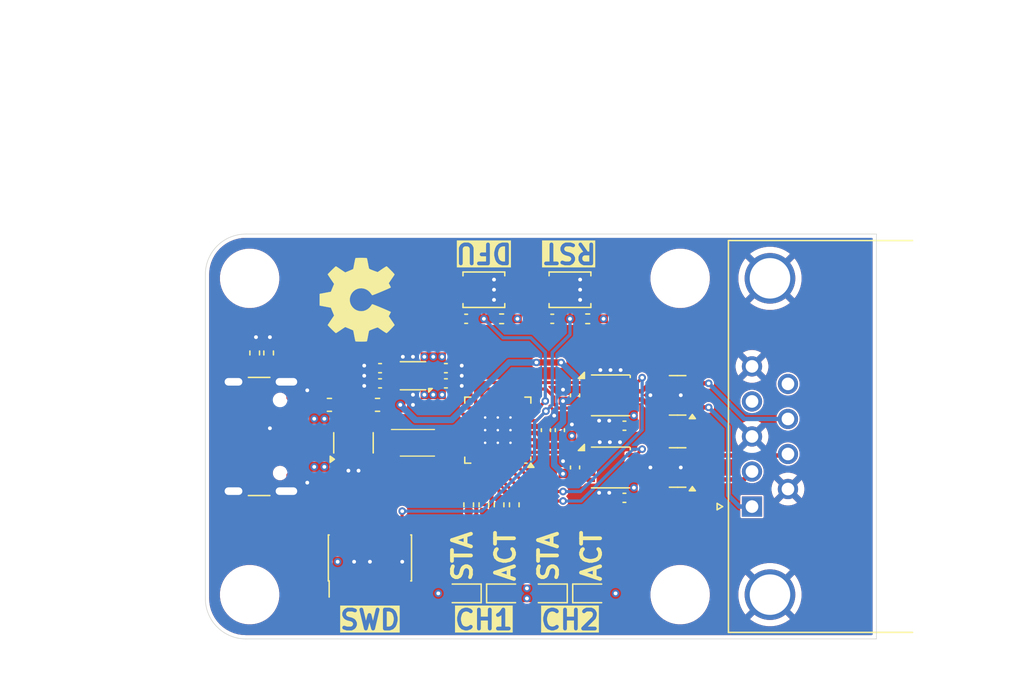
<source format=kicad_pcb>
(kicad_pcb (version 20241229) (generator "pcbnew") (generator_version "9.0")
  (title_block (title "ubiquitous-waddle") (date "2025-12-22") (rev "v2") (company "leonwip <leonwip@proton.me>") (comment 1 "CERN-OHL-P-2.0"))
  (layers (0 "F.Cu" signal) (4 "In1.Cu" power) (6 "In2.Cu" power) (2 "B.Cu" signal) (13 "F.Paste" user) (15 "B.Paste" user) (5 "F.SilkS" user "F.Silkscreen") (7 "B.SilkS" user "B.Silkscreen") (1 "F.Mask" user) (3 "B.Mask" user) (25 "Edge.Cuts" user))
  (net 0 "")
  (net 1 "+3V3")
  (net 2 "GND")
  (net 3 "/MCU/~{RESET}")
  (net 4 "+5V")
  (net 5 "/MCU/BOOT")
  (net 6 "/CAN/CAN1_H")
  (net 7 "/CAN/CAN1_L")
  (net 8 "/CAN/CAN2_H")
  (net 9 "/CAN/CAN2_L")
  (net 10 "Net-(D3-K)")
  (net 11 "Net-(D4-K)")
  (net 12 "Net-(D5-K)")
  (net 13 "Net-(D6-K)")
  (net 14 "/USB/VFUS")
  (net 15 "/USB/VBUS")
  (net 17 "/MCU/SWDIO")
  (net 20 "/MCU/SWCLK")
  (net 24 "/USB/CON_DP")
  (net 26 "/USB/CON_DN")
  (net 27 "/USB/CC1")
  (net 28 "/USB/CC2")
  (net 29 "/MCU/USB_DP")
  (net 30 "/MCU/USB_DN")
  (net 31 "/MCU/CAN1_ACT")
  (net 32 "/MCU/CAN2_STA")
  (net 33 "/MCU/CAN1_STA")
  (net 34 "/MCU/CAN2_ACT")
  (net 35 "/CAN/CAN1_RX")
  (net 36 "/CAN/CAN1_TX")
  (net 37 "/CAN/CAN2_RX")
  (net 38 "/CAN/CAN2_TX")
  (net 39 "/CAN/CAN1_STBY")
  (net 40 "/CAN/CAN2_STBY")
  (footprint "Package_TO_SOT_SMD:SOT-23" (layer "F.Cu") (at 157.3 105.25 180)
    (property "Reference" "D1" (hide yes))
    (property "Value" "PESD2CANFD24L-T")
  )
  (footprint "Connector_Dsub:DSUB-9_Pins_Horizontal_P2.77x2.84mm_EdgePinOffset9.90mm_Housed_MountingHolesOffset11.32mm" (layer "F.Cu") (at 163.174669 108.34 90)
    (property "Reference" "J2" (hide yes))
    (property "Value" "DE9_Pins_MountingHoles")
  )
  (footprint "Capacitor_SMD:C_0402_1005Metric" (layer "F.Cu") (at 147.4 93.5 180)
    (property "Reference" "C1" (hide yes))
    (property "Value" "100nF")
  )
  (footprint "MountingHole:MountingHole_2.7mm_M2.5" (layer "F.Cu") (at 123.5 115.3)
    (property "Reference" "H3" (hide yes))
    (property "Value" "MountingHole")
  )
  (footprint "Resistor_SMD:R_0402_1005Metric" (layer "F.Cu") (at 144.4 108.2 90)
    (property "Reference" "R6" (hide yes))
    (property "Value" "100Ω")
  )
  (footprint "Connector_PinHeader_1.27mm:PinHeader_2x05_P1.27mm_Vertical_SMD" (layer "F.Cu") (at 133 112.4 90)
    (property "Reference" "J1" (hide yes))
    (property "Value" "Conn_ARM_JTAG_SWD_10")
  )
  (footprint "Resistor_SMD:R_0402_1005Metric" (layer "F.Cu") (at 125 96.2 90)
    (property "Reference" "R10" (hide yes))
    (property "Value" "5.1kΩ")
  )
  (footprint "Capacitor_SMD:C_0402_1005Metric" (layer "F.Cu") (at 133.8 97.4 180)
    (property "Reference" "C9" (hide yes))
    (property "Value" "4.7µF")
  )
  (footprint "Resistor_SMD:R_0402_1005Metric" (layer "F.Cu") (at 150.2 93.5 180)
    (property "Reference" "R1" (hide yes))
    (property "Value" "10kΩ")
  )
  (footprint "MountingHole:MountingHole_2.7mm_M2.5" (layer "F.Cu") (at 123.5 90.3)
    (property "Reference" "H1" (hide yes))
    (property "Value" "MountingHole")
  )
  (footprint "Capacitor_SMD:C_0402_1005Metric" (layer "F.Cu") (at 139 97.4)
    (property "Reference" "C12" (hide yes))
    (property "Value" "4.7µF")
  )
  (footprint "LED_SMD:LED_0603_1608Metric" (layer "F.Cu") (at 150.5 115.2)
    (property "Reference" "D6" (hide yes))
    (property "Value" "GREEN")
  )
  (footprint "Button_Switch_SMD:SW_SPST_B3U-1000P" (layer "F.Cu") (at 148.8 91.2 180)
    (property "Reference" "SW1" (hide yes))
    (property "Value" "B3U-1000P")
  )
  (footprint "LED_SMD:LED_0603_1608Metric" (layer "F.Cu") (at 143.7 115.2)
    (property "Reference" "D5" (hide yes))
    (property "Value" "GREEN")
  )
  (footprint "Connector_USB:USB_C_Receptacle_GCT_USB4105-xx-A_16P_TopMnt_Horizontal" (layer "F.Cu") (at 123.3 102.8 -90)
    (property "Reference" "J3" (hide yes))
    (property "Value" "USB_C_Receptacle_USB2.0_16P")
  )
  (footprint "Capacitor_SMD:C_0402_1005Metric" (layer "F.Cu") (at 139 98.6)
    (property "Reference" "C11" (hide yes))
    (property "Value" "100nF")
  )
  (footprint "LED_SMD:LED_0603_1608Metric" (layer "F.Cu") (at 147.1 115.2 180)
    (property "Reference" "D4" (hide yes))
    (property "Value" "YELLOW")
  )
  (footprint "LED_SMD:LED_0603_1608Metric" (layer "F.Cu") (at 140.3 115.2 180)
    (property "Reference" "D3" (hide yes))
    (property "Value" "YELLOW")
  )
  (footprint "Capacitor_SMD:C_0402_1005Metric" (layer "F.Cu") (at 148 102.3 90)
    (property "Reference" "C3" (hide yes))
    (property "Value" "4.7µF")
  )
  (footprint "Resistor_SMD:R_0402_1005Metric" (layer "F.Cu") (at 140.8 108.2 90)
    (property "Reference" "R5" (hide yes))
    (property "Value" "68Ω")
  )
  (footprint "Capacitor_SMD:C_0402_1005Metric" (layer "F.Cu") (at 149.2 105.25 90)
    (property "Reference" "C7" (hide yes))
    (property "Value" "100nF")
  )
  (footprint "Inductor_SMD:L_CommonMode_Wurth_WE-CNSW-1206" (layer "F.Cu") (at 136.75 103.3)
    (property "Reference" "L1" (hide yes))
    (property "Value" "744232090")
  )
  (footprint "MountingHole:MountingHole_2.7mm_M2.5" (layer "F.Cu") (at 157.5 90.3)
    (property "Reference" "H2" (hide yes))
    (property "Value" "MountingHole")
  )
  (footprint "Capacitor_SMD:C_0402_1005Metric" (layer "F.Cu") (at 153.1 101.95 180)
    (property "Reference" "C6" (hide yes))
    (property "Value" "100nF")
  )
  (footprint "Capacitor_SMD:C_0402_1005Metric" (layer "F.Cu") (at 149.2 99.55 90)
    (property "Reference" "C8" (hide yes))
    (property "Value" "100nF")
  )
  (footprint "MountingHole:MountingHole_2.7mm_M2.5" (layer "F.Cu") (at 157.5 115.3)
    (property "Reference" "H4" (hide yes))
    (property "Value" "MountingHole")
  )
  (footprint "Resistor_SMD:R_0402_1005Metric" (layer "F.Cu") (at 123.9 96.2 90)
    (property "Reference" "R9" (hide yes))
    (property "Value" "5.1kΩ")
  )
  (footprint "Capacitor_SMD:C_0402_1005Metric" (layer "F.Cu") (at 133.8 98.6 180)
    (property "Reference" "C10" (hide yes))
    (property "Value" "100nF")
  )
  (footprint "Capacitor_SMD:C_0402_1005Metric" (layer "F.Cu") (at 153.1 107.65 180)
    (property "Reference" "C5" (hide yes))
    (property "Value" "100nF")
  )
  (footprint "Resistor_SMD:R_0402_1005Metric" (layer "F.Cu") (at 143.4 93.5 180)
    (property "Reference" "R2" (hide yes))
    (property "Value" "10kΩ")
  )
  (footprint "Capacitor_SMD:C_0402_1005Metric" (layer "F.Cu") (at 146.9 102.3 90)
    (property "Reference" "C4" (hide yes))
    (property "Value" "100nF")
  )
  (footprint "Capacitor_SMD:C_0402_1005Metric" (layer "F.Cu") (at 140.6 93.5 180)
    (property "Reference" "C2" (hide yes))
    (property "Value" "100nF")
  )
  (footprint "Resistor_SMD:R_0402_1005Metric" (layer "F.Cu") (at 142 108.2 90)
    (property "Reference" "R3" (hide yes))
    (property "Value" "100Ω")
  )
  (footprint "Package_TO_SOT_SMD:SOT-23-6" (layer "F.Cu") (at 131.7 103.3 90)
    (property "Reference" "U4" (hide yes))
    (property "Value" "824015043")
  )
  (footprint "Fuse:Fuse_0603_1608Metric" (layer "F.Cu") (at 129.8 100.3)
    (property "Reference" "F1" (hide yes))
    (property "Value" "500mA")
  )
  (footprint "Inductor_SMD:L_0603_1608Metric" (layer "F.Cu") (at 133.6 100.3)
    (property "Reference" "FB1" (hide yes))
    (property "Value" "742792641")
  )
  (footprint "Package_DFN_QFN:QFN-32-1EP_5x5mm_P0.5mm_EP3.45x3.45mm_ThermalVias" (layer "F.Cu") (at 143.1 102.3 180)
    (property "Reference" "U1" (hide yes))
    (property "Value" "STM32G0B1KEUx")
  )
  (footprint "Package_TO_SOT_SMD:SOT-23" (layer "F.Cu") (at 157.3 99.55 180)
    (property "Reference" "D2" (hide yes))
    (property "Value" "PESD2CANFD24L-T")
  )
  (footprint "Symbol:OSHW-Symbol_6.7x6mm_SilkScreen" (layer "F.Cu") (at 132 92 90)
    (property "Reference" "REF**" (hide yes))
    (property "Value" "OSHW-Symbol_6.7x6mm_SilkScreen" (hide yes))
  )
  (footprint "Resistor_SMD:R_0402_1005Metric" (layer "F.Cu") (at 143.2 108.2 90)
    (property "Reference" "R4" (hide yes))
    (property "Value" "68Ω")
  )
  (footprint "Package_SON:WSON-6-1EP_2x2mm_P0.65mm_EP1x1.6mm" (layer "F.Cu") (at 136.4 98 180)
    (property "Reference" "U5" (hide yes))
    (property "Value" "TLV75733PDRV")
  )
  (footprint "Package_DFN_QFN:DFN-8-1EP_3x3mm_P0.65mm_EP1.55x2.4mm" (layer "F.Cu") (at 152 99.55)
    (property "Reference" "U3" (hide yes))
    (property "Value" "MCP2542FDxMF")
  )
  (footprint "Package_DFN_QFN:DFN-8-1EP_3x3mm_P0.65mm_EP1.55x2.4mm" (layer "F.Cu") (at 152 105.25)
    (property "Reference" "U2" (hide yes))
    (property "Value" "MCP2542FDxMF")
  )
  (footprint "Button_Switch_SMD:SW_SPST_B3U-1000P" (layer "F.Cu") (at 142 91.2 180)
    (property "Reference" "SW2" (hide yes))
    (property "Value" "B3U-1000P")
  )
  (gr_line (start 173 118.8) (end 123.2 118.8) (stroke (width 0.05)) (layer "Edge.Cuts"))
  (gr_line (start 120 90) (end 120 115.6) (stroke (width 0.05)) (layer "Edge.Cuts"))
  (gr_arc (start 123.2 118.8) (mid 120.937258 117.862742) (end 120 115.6) (stroke (width 0.05)) (layer "Edge.Cuts"))
  (gr_line (start 123.2 86.8) (end 173 86.8) (stroke (width 0.05)) (layer "Edge.Cuts"))
  (gr_line (start 173 86.8) (end 173 118.8) (stroke (width 0.05)) (layer "Edge.Cuts"))
  (gr_arc (start 120 90) (mid 120.937258 87.737258) (end 123.2 86.8) (stroke (width 0.05)) (layer "Edge.Cuts"))
  (gr_text "RST" (at 148.8 88.3 180) (layer "F.SilkS" knockout) (effects (font (size 1.5 1.5) (thickness 0.3) (bold yes))))
  (gr_text "STA" (at 140.3 114.4 90) (layer "F.SilkS") (effects (font (size 1.5 1.5) (thickness 0.3) (bold yes)) (justify left)))
  (gr_text "DFU" (at 142 88.3 180) (layer "F.SilkS" knockout) (effects (font (size 1.5 1.5) (thickness 0.3) (bold yes))))
  (gr_text "ACT" (at 143.7 114.4 90) (layer "F.SilkS") (effects (font (size 1.5 1.5) (thickness 0.3) (bold yes)) (justify left)))
  (gr_text "CH1" (at 142 117.3 0) (layer "F.SilkS" knockout) (effects (font (size 1.5 1.5) (thickness 0.3) (bold yes))))
  (gr_text "STA" (at 147.1 114.4 90) (layer "F.SilkS") (effects (font (size 1.5 1.5) (thickness 0.3) (bold yes)) (justify left)))
  (gr_text "ACT" (at 150.5 114.4 90) (layer "F.SilkS") (effects (font (size 1.5 1.5) (thickness 0.3) (bold yes)) (justify left)))
  (gr_text "CH2" (at 148.8 117.3 0) (layer "F.SilkS" knockout) (effects (font (size 1.5 1.5) (thickness 0.3) (bold yes))))
  (gr_text "SWD" (at 133 117.3 0) (layer "F.SilkS" knockout) (effects (font (size 1.5 1.5) (thickness 0.3) (bold yes))))
  (segment (start 148.92 102.78) (end 148.95 102.75) (width 0.25) (layer "F.Cu") (net 1))
  (via (at 148.95 102.75) (size 0.6) (drill 0.3) (layers "F.Cu" "B.Cu") (net 1))
  (via (at 151.45 93.5) (size 0.6) (drill 0.3) (layers "F.Cu" "B.Cu") (net 1))
  (via (at 137.3 99.5) (size 0.6) (drill 0.3) (layers "F.Cu" "B.Cu") (net 1))
  (via (at 138.7 99.5) (size 0.6) (drill 0.3) (layers "F.Cu" "B.Cu") (net 1))
  (via (at 137.3 96.5) (size 0.6) (drill 0.3) (layers "F.Cu" "B.Cu") (net 1))
  (via (at 130.45 112.7) (size 0.6) (drill 0.3) (layers "F.Cu" "B.Cu") (net 1))
  (via (at 138 96.5) (size 0.6) (drill 0.3) (layers "F.Cu" "B.Cu") (net 1))
  (via (at 138.4 115.2) (size 0.6) (drill 0.3) (layers "F.Cu" "B.Cu") (net 1))
  (via (at 145.4 114.8) (size 0.6) (drill 0.3) (layers "F.Cu" "B.Cu") (net 1))
  (via (at 152.4 115.2) (size 0.6) (drill 0.3) (layers "F.Cu" "B.Cu") (net 1))
  (via (at 144.65 93.5) (size 0.6) (drill 0.3) (layers "F.Cu" "B.Cu") (net 1))
  (via (at 138 99.5) (size 0.6) (drill 0.3) (layers "F.Cu" "B.Cu") (net 1))
  (via (at 153.85 106.85) (size 0.6) (drill 0.3) (layers "F.Cu" "B.Cu") (net 1))
  (via (at 138.7 96.5) (size 0.6) (drill 0.3) (layers "F.Cu" "B.Cu") (net 1))
  (via (at 153.85 101.15) (size 0.6) (drill 0.3) (layers "F.Cu" "B.Cu") (net 1))
  (via (at 145.4 115.6) (size 0.6) (drill 0.3) (layers "F.Cu" "B.Cu") (net 1))
  (segment (start 148.92 101.82) (end 148.95 101.85) (width 0.25) (layer "F.Cu") (net 2))
  (segment (start 148.28 99.07) (end 148.25 99.1) (width 0.25) (layer "F.Cu") (net 2))
  (segment (start 148.27 104.77) (end 148.25 104.75) (width 0.25) (layer "F.Cu") (net 2))
  (via (at 148.95 101.85) (size 0.6) (drill 0.3) (layers "F.Cu" "B.Cu") (net 2))
  (via (at 140.25 98) (size 0.6) (drill 0.3) (layers "F.Cu" "B.Cu") (net 2))
  (via (at 151.95 103.25) (size 0.6) (drill 0.3) (layers "F.Cu" "B.Cu") (net 2))
  (via (at 157.55 105.25) (size 0.6) (drill 0.3) (layers "F.Cu" "B.Cu") (net 2))
  (via (at 157.55 99.5375) (size 0.6) (drill 0.3) (layers "F.Cu" "B.Cu") (net 2))
  (via (at 152.75 103.25) (size 0.6) (drill 0.3) (layers "F.Cu" "B.Cu") (net 2))
  (via (at 142.8 90.4) (size 0.6) (drill 0.3) (layers "F.Cu" "B.Cu") (net 2))
  (via (at 128.05 99.15) (size 0.6) (drill 0.3) (layers "F.Cu" "B.Cu") (net 2))
  (via (at 151.9 107.25) (size 0.6) (drill 0.3) (layers "F.Cu" "B.Cu") (net 2))
  (via (at 149.6 91.2) (size 0.6) (drill 0.3) (layers "F.Cu" "B.Cu") (net 2))
  (via (at 147.55 101.15) (size 0.6) (drill 0.3) (layers "F.Cu" "B.Cu") (net 2))
  (via (at 133 112.7) (size 0.6) (drill 0.3) (layers "F.Cu" "B.Cu") (net 2))
  (via (at 155.15 105.25) (size 0.6) (drill 0.3) (layers "F.Cu" "B.Cu") (net 2))
  (via (at 148.25 99.1) (size 0.6) (drill 0.3) (layers "F.Cu" "B.Cu") (net 2))
  (via (at 149.6 92) (size 0.6) (drill 0.3) (layers "F.Cu" "B.Cu") (net 2))
  (via (at 140.25 97.2) (size 0.6) (drill 0.3) (layers "F.Cu" "B.Cu") (net 2))
  (via (at 135.6 96.5) (size 0.6) (drill 0.3) (layers "F.Cu" "B.Cu") (net 2))
  (via (at 140.25 98.8) (size 0.6) (drill 0.3) (layers "F.Cu" "B.Cu") (net 2))
  (via (at 131.3 105.5) (size 0.6) (drill 0.3) (layers "F.Cu" "B.Cu") (net 2))
  (via (at 142.8 92) (size 0.6) (drill 0.3) (layers "F.Cu" "B.Cu") (net 2))
  (via (at 128.05 106.45) (size 0.6) (drill 0.3) (layers "F.Cu" "B.Cu") (net 2))
  (via (at 148.25 104.75) (size 0.6) (drill 0.3) (layers "F.Cu" "B.Cu") (net 2))
  (via (at 125.1 94.95) (size 0.6) (drill 0.3) (layers "F.Cu" "B.Cu") (net 2))
  (via (at 132.55 97.2) (size 0.6) (drill 0.3) (layers "F.Cu" "B.Cu") (net 2))
  (via (at 151.1 107.25) (size 0.6) (drill 0.3) (layers "F.Cu" "B.Cu") (net 2))
  (via (at 149.6 90.4) (size 0.6) (drill 0.3) (layers "F.Cu" "B.Cu") (net 2))
  (via (at 155.15 99.5375) (size 0.6) (drill 0.3) (layers "F.Cu" "B.Cu") (net 2))
  (via (at 136.4 100.3) (size 0.6) (drill 0.3) (layers "F.Cu" "B.Cu") (net 2))
  (via (at 132.1 105.5) (size 0.6) (drill 0.3) (layers "F.Cu" "B.Cu") (net 2))
  (via (at 136.4 99.5) (size 0.6) (drill 0.3) (layers "F.Cu" "B.Cu") (net 2))
  (via (at 151.1 101.55) (size 0.6) (drill 0.3) (layers "F.Cu" "B.Cu") (net 2))
  (via (at 124 94.95) (size 0.6) (drill 0.3) (layers "F.Cu" "B.Cu") (net 2))
  (via (at 132.55 98) (size 0.6) (drill 0.3) (layers "F.Cu" "B.Cu") (net 2))
  (via (at 152 97.55) (size 0.6) (drill 0.3) (layers "F.Cu" "B.Cu") (net 2))
  (via (at 152.8 97.55) (size 0.6) (drill 0.3) (layers "F.Cu" "B.Cu") (net 2))
  (via (at 151.2 97.55) (size 0.6) (drill 0.3) (layers "F.Cu" "B.Cu") (net 2))
  (via (at 132.55 98.8) (size 0.6) (drill 0.3) (layers "F.Cu" "B.Cu") (net 2))
  (via (at 151.15 103.25) (size 0.6) (drill 0.3) (layers "F.Cu" "B.Cu") (net 2))
  (via (at 135.55 112.7) (size 0.6) (drill 0.3) (layers "F.Cu" "B.Cu") (net 2))
  (via (at 136.4 96.5) (size 0.6) (drill 0.3) (layers "F.Cu" "B.Cu") (net 2))
  (via (at 131.75 112.7) (size 0.6) (drill 0.3) (layers "F.Cu" "B.Cu") (net 2))
  (via (at 142.8 91.2) (size 0.6) (drill 0.3) (layers "F.Cu" "B.Cu") (net 2))
  (via (at 151.9 101.55) (size 0.6) (drill 0.3) (layers "F.Cu" "B.Cu") (net 2))
  (via (at 125.1 102.15) (size 0.6) (drill 0.3) (layers "F.Cu" "B.Cu") (net 2))
  (segment (start 146.15 101.55) (end 146.9 100.8) (width 0.25) (layer "F.Cu") (net 3))
  (segment (start 135.55 108.7) (end 135.54 108.71) (width 0.25) (layer "F.Cu") (net 3))
  (segment (start 148.8 93.5) (end 148.8 92.3) (width 0.25) (layer "F.Cu") (net 3))
  (segment (start 147.7 91.2) (end 147.1 91.2) (width 0.25) (layer "F.Cu") (net 3))
  (segment (start 135.54 108.71) (end 135.54 110.45) (width 0.25) (layer "F.Cu") (net 3))
  (segment (start 148.8 92.3) (end 147.7 91.2) (width 0.25) (layer "F.Cu") (net 3))
  (segment (start 145.5375 101.55) (end 146.15 101.55) (width 0.25) (layer "F.Cu") (net 3))
  (via (at 148.8 93.5) (size 0.6) (drill 0.3) (layers "F.Cu" "B.Cu") (net 3))
  (via (at 135.55 108.7) (size 0.6) (drill 0.3) (layers "F.Cu" "B.Cu") (net 3))
  (via (at 146.9 100.8) (size 0.6) (drill 0.3) (layers "F.Cu" "B.Cu") (net 3))
  (segment (start 147.4 96.15) (end 148.8 94.75) (width 0.25) (layer "B.Cu") (net 3))
  (segment (start 147.4 100.3) (end 147.4 96.15) (width 0.25) (layer "B.Cu") (net 3))
  (segment (start 146 104.55) (end 146 101.7) (width 0.25) (layer "B.Cu") (net 3))
  (segment (start 146.9 100.8) (end 147.4 100.3) (width 0.25) (layer "B.Cu") (net 3))
  (segment (start 146 101.7) (end 146.9 100.8) (width 0.25) (layer "B.Cu") (net 3))
  (segment (start 141.85 108.7) (end 146 104.55) (width 0.25) (layer "B.Cu") (net 3))
  (segment (start 135.55 108.7) (end 141.85 108.7) (width 0.25) (layer "B.Cu") (net 3))
  (segment (start 148.8 94.75) (end 148.8 93.5) (width 0.25) (layer "B.Cu") (net 3))
  (segment (start 148.28 100.03) (end 148.25 100) (width 0.25) (layer "F.Cu") (net 4))
  (segment (start 148.27 105.73) (end 148.25 105.75) (width 0.25) (layer "F.Cu") (net 4))
  (segment (start 146.15 96.95) (end 148.1 96.95) (width 0.5) (layer "F.Cu") (net 4))
  (via (at 146.15 96.95) (size 0.6) (drill 0.3) (layers "F.Cu" "B.Cu") (net 4))
  (via (at 135.4 100.3) (size 0.6) (drill 0.3) (layers "F.Cu" "B.Cu") (net 4))
  (via (at 148.1 96.95) (size 0.6) (drill 0.3) (layers "F.Cu" "B.Cu") (net 4))
  (via (at 148.25 100) (size 0.6) (drill 0.3) (layers "F.Cu" "B.Cu") (net 4))
  (via (at 148.25 105.75) (size 0.6) (drill 0.3) (layers "F.Cu" "B.Cu") (net 4))
  (segment (start 144 96.95) (end 139.45 101.5) (width 0.5) (layer "B.Cu") (net 4))
  (segment (start 149.25 99.4) (end 148.65 100) (width 0.5) (layer "B.Cu") (net 4))
  (segment (start 147.55 102.35) (end 147.55 105.05) (width 0.5) (layer "B.Cu") (net 4))
  (segment (start 136.6 101.5) (end 135.4 100.3) (width 0.5) (layer "B.Cu") (net 4))
  (segment (start 148.25 101.65) (end 147.55 102.35) (width 0.5) (layer "B.Cu") (net 4))
  (segment (start 146.15 96.95) (end 144 96.95) (width 0.5) (layer "B.Cu") (net 4))
  (segment (start 148.65 100) (end 148.25 100) (width 0.5) (layer "B.Cu") (net 4))
  (segment (start 148.1 96.95) (end 149.25 98.1) (width 0.5) (layer "B.Cu") (net 4))
  (segment (start 148.25 100) (end 148.25 101.65) (width 0.5) (layer "B.Cu") (net 4))
  (segment (start 149.25 98.1) (end 149.25 99.4) (width 0.5) (layer "B.Cu") (net 4))
  (segment (start 147.55 105.05) (end 148.25 105.75) (width 0.5) (layer "B.Cu") (net 4))
  (segment (start 139.45 101.5) (end 136.6 101.5) (width 0.5) (layer "B.Cu") (net 4))
  (segment (start 142 92.3) (end 140.9 91.2) (width 0.25) (layer "F.Cu") (net 5))
  (segment (start 146.3 100.55) (end 146.85 100) (width 0.25) (layer "F.Cu") (net 5))
  (segment (start 145.5375 100.55) (end 146.3 100.55) (width 0.25) (layer "F.Cu") (net 5))
  (segment (start 142 93.5) (end 142 92.3) (width 0.25) (layer "F.Cu") (net 5))
  (segment (start 140.9 91.2) (end 140.3 91.2) (width 0.25) (layer "F.Cu") (net 5))
  (via (at 146.85 100) (size 0.6) (drill 0.3) (layers "F.Cu" "B.Cu") (net 5))
  (via (at 142 93.5) (size 0.6) (drill 0.3) (layers "F.Cu" "B.Cu") (net 5))
  (segment (start 142 93.5) (end 143.5 95) (width 0.25) (layer "B.Cu") (net 5))
  (segment (start 143.5 95) (end 145.7 95) (width 0.25) (layer "B.Cu") (net 5))
  (segment (start 145.7 95) (end 146.85 96.15) (width 0.25) (layer "B.Cu") (net 5))
  (segment (start 146.85 96.15) (end 146.85 100) (width 0.25) (layer "B.Cu") (net 5))
  (segment (start 154.525 104.925) (end 155.15 104.3) (width 0.35) (layer "F.Cu") (net 6))
  (segment (start 155.15 104.3) (end 158.2375 104.3) (width 0.35) (layer "F.Cu") (net 6))
  (segment (start 158.2375 104.3) (end 165.899669 104.3) (width 0.35) (layer "F.Cu") (net 6))
  (segment (start 165.899669 104.3) (end 166.014669 104.185) (width 0.35) (layer "F.Cu") (net 6))
  (segment (start 153.55 104.925) (end 154.525 104.925) (width 0.35) (layer "F.Cu") (net 6))
  (segment (start 153.55 105.575) (end 154.525028 105.575) (width 0.35) (layer "F.Cu") (net 7))
  (segment (start 162.544669 106.2) (end 163.174669 105.57) (width 0.35) (layer "F.Cu") (net 7))
  (segment (start 155.150028 106.2) (end 158.2375 106.2) (width 0.35) (layer "F.Cu") (net 7))
  (segment (start 158.2375 106.2) (end 162.544669 106.2) (width 0.35) (layer "F.Cu") (net 7))
  (segment (start 154.525028 105.575) (end 155.150028 106.2) (width 0.35) (layer "F.Cu") (net 7))
  (segment (start 159.75 98.6) (end 158.2375 98.6) (width 0.35) (layer "F.Cu") (net 8))
  (segment (start 154.475 99.225) (end 155.1 98.6) (width 0.35) (layer "F.Cu") (net 8))
  (segment (start 155.1 98.6) (end 158.2375 98.6) (width 0.35) (layer "F.Cu") (net 8))
  (segment (start 153.55 99.225) (end 154.475 99.225) (width 0.35) (layer "F.Cu") (net 8))
  (via (at 159.75 98.6) (size 0.6) (drill 0.3) (layers "F.Cu" "B.Cu") (net 8))
  (segment (start 159.75 98.6) (end 162.565 101.415) (width 0.35) (layer "B.Cu") (net 8))
  (segment (start 162.565 101.415) (end 166.014669 101.415) (width 0.35) (layer "B.Cu") (net 8))
  (segment (start 155.15 100.5) (end 158.2375 100.5) (width 0.35) (layer "F.Cu") (net 9))
  (segment (start 159.75 100.5) (end 158.2375 100.5) (width 0.35) (layer "F.Cu") (net 9))
  (segment (start 154.525 99.875) (end 155.15 100.5) (width 0.35) (layer "F.Cu") (net 9))
  (segment (start 153.55 99.875) (end 154.525 99.875) (width 0.35) (layer "F.Cu") (net 9))
  (via (at 159.75 100.5) (size 0.6) (drill 0.3) (layers "F.Cu" "B.Cu") (net 9))
  (segment (start 162.19 108.34) (end 163.174669 108.34) (width 0.35) (layer "B.Cu") (net 9))
  (segment (start 159.75 100.5) (end 161.3 102.05) (width 0.35) (layer "B.Cu") (net 9))
  (segment (start 161.3 102.05) (end 161.3 107.45) (width 0.35) (layer "B.Cu") (net 9))
  (segment (start 161.3 107.45) (end 162.19 108.34) (width 0.35) (layer "B.Cu") (net 9))
  (segment (start 140.8 108.71) (end 140.8 114.2) (width 0.5) (layer "F.Cu") (net 10))
  (segment (start 140.8 114.2) (end 141.0875 114.4875) (width 0.5) (layer "F.Cu") (net 10))
  (segment (start 141.0875 114.4875) (end 141.0875 115.2) (width 0.5) (layer "F.Cu") (net 10))
  (segment (start 147.8875 114.2375) (end 147.8875 115.2) (width 0.5) (layer "F.Cu") (net 11))
  (segment (start 143.2 109.55) (end 147.8875 114.2375) (width 0.5) (layer "F.Cu") (net 11))
  (segment (start 143.2 108.71) (end 143.2 109.55) (width 0.5) (layer "F.Cu") (net 11))
  (segment (start 142.9125 114.5125) (end 142.9125 115.2) (width 0.5) (layer "F.Cu") (net 12))
  (segment (start 142 108.71) (end 142 113.6) (width 0.5) (layer "F.Cu") (net 12))
  (segment (start 142 113.6) (end 142.9125 114.5125) (width 0.5) (layer "F.Cu") (net 12))
  (segment (start 144.4 109.1) (end 149.7125 114.4125) (width 0.5) (layer "F.Cu") (net 13))
  (segment (start 144.4 108.71) (end 144.4 109.1) (width 0.5) (layer "F.Cu") (net 13))
  (segment (start 149.7125 114.4125) (end 149.7125 115.2) (width 0.5) (layer "F.Cu") (net 13))
  (segment (start 131.7 101.7) (end 131.7 102.1625) (width 0.5) (layer "F.Cu") (net 14))
  (segment (start 130.5875 100.3) (end 130.5875 100.5875) (width 0.5) (layer "F.Cu") (net 14))
  (segment (start 132.8125 100.5875) (end 131.7 101.7) (width 0.5) (layer "F.Cu") (net 14))
  (segment (start 130.5875 100.5875) (end 131.7 101.7) (width 0.5) (layer "F.Cu") (net 14))
  (segment (start 132.8125 100.3) (end 132.8125 100.5875) (width 0.5) (layer "F.Cu") (net 14))
  (via (at 129.4 105.2) (size 0.6) (drill 0.3) (layers "F.Cu" "B.Cu") (net 15))
  (via (at 128.6 105.2) (size 0.6) (drill 0.3) (layers "F.Cu" "B.Cu") (net 15))
  (via (at 128.6 101.4) (size 0.6) (drill 0.3) (layers "F.Cu" "B.Cu") (net 15))
  (via (at 129.4 101.4) (size 0.6) (drill 0.3) (layers "F.Cu" "B.Cu") (net 15))
  (segment (start 140.6625 105.2875) (end 139.1 106.85) (width 0.25) (layer "F.Cu") (net 17))
  (segment (start 140.6625 104.05) (end 140.6625 105.2875) (width 0.25) (layer "F.Cu") (net 17))
  (segment (start 132.3 106.85) (end 130.46 108.69) (width 0.25) (layer "F.Cu") (net 17))
  (segment (start 130.46 108.69) (end 130.46 110.45) (width 0.25) (layer "F.Cu") (net 17))
  (segment (start 139.1 106.85) (end 132.3 106.85) (width 0.25) (layer "F.Cu") (net 17))
  (segment (start 139.25 107.35) (end 132.6 107.35) (width 0.25) (layer "F.Cu") (net 20))
  (segment (start 141.35 105.25) (end 139.25 107.35) (width 0.25) (layer "F.Cu") (net 20))
  (segment (start 131.73 108.22) (end 131.73 110.45) (width 0.25) (layer "F.Cu") (net 20))
  (segment (start 141.35 104.7375) (end 141.35 105.25) (width 0.25) (layer "F.Cu") (net 20))
  (segment (start 132.6 107.35) (end 131.73 108.22) (width 0.25) (layer "F.Cu") (net 20))
  (segment (start 126.98 103.55) (end 127.842501 103.55) (width 0.23) (layer "F.Cu") (net 24))
  (segment (start 131.420385 103.497501) (end 131.979615 103.497501) (width 0.23) (layer "F.Cu") (net 24))
  (segment (start 132.241 104.0285) (end 132.65 104.4375) (width 0.23) (layer "F.Cu") (net 24))
  (segment (start 132.241 103.758886) (end 132.241 104.0285) (width 0.23) (layer "F.Cu") (net 24))
  (segment (start 126.405001 102.55) (end 126.98 102.55) (width 0.23) (layer "F.Cu") (net 24))
  (segment (start 130.75 104.4375) (end 131.159 104.0285) (width 0.23) (layer "F.Cu") (net 24))
  (segment (start 133.9525 103.4975) (end 134.272499 103.4975) (width 0.23) (layer "F.Cu") (net 24))
  (segment (start 131.979615 103.497501) (end 132.241 103.758886) (width 0.23) (layer "F.Cu") (net 24))
  (segment (start 134.272499 103.4975) (end 134.574999 103.8) (width 0.23) (layer "F.Cu") (net 24))
  (segment (start 132.65 104.4375) (end 133.0125 104.4375) (width 0.23) (layer "F.Cu") (net 24))
  (segment (start 129.756249 104.4375) (end 130.75 104.4375) (width 0.23) (layer "F.Cu") (net 24))
  (segment (start 126.164 102.791001) (end 126.405001 102.55) (width 0.23) (layer "F.Cu") (net 24))
  (segment (start 126.98 103.55) (end 126.45603 103.55) (width 0.23) (layer "F.Cu") (net 24))
  (segment (start 127.895001 103.4975) (end 128.816249 103.4975) (width 0.23) (layer "F.Cu") (net 24))
  (segment (start 126.164 103.25797) (end 126.164 102.791001) (width 0.23) (layer "F.Cu") (net 24))
  (segment (start 128.816249 103.4975) (end 129.756249 104.4375) (width 0.23) (layer "F.Cu") (net 24))
  (segment (start 127.842501 103.55) (end 127.895001 103.4975) (width 0.23) (layer "F.Cu") (net 24))
  (segment (start 126.45603 103.55) (end 126.164 103.25797) (width 0.23) (layer "F.Cu") (net 24))
  (segment (start 133.0125 104.4375) (end 133.9525 103.4975) (width 0.23) (layer "F.Cu") (net 24))
  (segment (start 131.159 103.758886) (end 131.420385 103.497501) (width 0.23) (layer "F.Cu") (net 24))
  (segment (start 134.574999 103.8) (end 135.4 103.8) (width 0.23) (layer "F.Cu") (net 24))
  (segment (start 131.159 104.0285) (end 131.159 103.758886) (width 0.23) (layer "F.Cu") (net 24))
  (segment (start 132.65 102.1625) (end 133.0125 102.1625) (width 0.23) (layer "F.Cu") (net 26))
  (segment (start 127.842501 103.05) (end 127.895001 103.1025) (width 0.23) (layer "F.Cu") (net 26))
  (segment (start 127.895001 103.1025) (end 128.816249 103.1025) (width 0.23) (layer "F.Cu") (net 26))
  (segment (start 128.816249 103.1025) (end 129.756249 102.1625) (width 0.23) (layer "F.Cu") (net 26))
  (segment (start 134.272499 103.1025) (end 134.574999 102.8) (width 0.23) (layer "F.Cu") (net 26))
  (segment (start 132.241 102.5715) (end 132.65 102.1625) (width 0.23) (layer "F.Cu") (net 26))
  (segment (start 132.241 102.841114) (end 132.241 102.5715) (width 0.23) (layer "F.Cu") (net 26))
  (segment (start 126.98 103.05) (end 127.554999 103.05) (width 0.23) (layer "F.Cu") (net 26))
  (segment (start 126.98 103.05) (end 127.842501 103.05) (width 0.23) (layer "F.Cu") (net 26))
  (segment (start 131.159 102.841114) (end 131.420385 103.102499) (width 0.23) (layer "F.Cu") (net 26))
  (segment (start 129.756249 102.1625) (end 130.75 102.1625) (width 0.23) (layer "F.Cu") (net 26))
  (segment (start 134.574999 102.8) (end 135.4 102.8) (width 0.23) (layer "F.Cu") (net 26))
  (segment (start 131.979615 103.102499) (end 132.241 102.841114) (width 0.23) (layer "F.Cu") (net 26))
  (segment (start 131.420385 103.102499) (end 131.979615 103.102499) (width 0.23) (layer "F.Cu") (net 26))
  (segment (start 131.159 102.5715) (end 131.159 102.841114) (width 0.23) (layer "F.Cu") (net 26))
  (segment (start 127.554999 103.05) (end 127.8 102.804999) (width 0.23) (layer "F.Cu") (net 26))
  (segment (start 127.8 102.804999) (end 127.8 102.3) (width 0.23) (layer "F.Cu") (net 26))
  (segment (start 127.8 102.3) (end 127.55 102.05) (width 0.23) (layer "F.Cu") (net 26))
  (segment (start 127.55 102.05) (end 126.98 102.05) (width 0.23) (layer "F.Cu") (net 26))
  (segment (start 133.0125 102.1625) (end 133.9525 103.1025) (width 0.23) (layer "F.Cu") (net 26))
  (segment (start 133.9525 103.1025) (end 134.272499 103.1025) (width 0.23) (layer "F.Cu") (net 26))
  (segment (start 130.75 102.1625) (end 131.159 102.5715) (width 0.23) (layer "F.Cu") (net 26))
  (segment (start 125 100.6) (end 125.95 101.55) (width 0.3) (layer "F.Cu") (net 27))
  (segment (start 125.95 101.55) (end 126.98 101.55) (width 0.3) (layer "F.Cu") (net 27))
  (segment (start 125 96.71) (end 125 100.6) (width 0.3) (layer "F.Cu") (net 27))
  (segment (start 123.9 96.71) (end 123.9 102.5) (width 0.3) (layer "F.Cu") (net 28))
  (segment (start 125.95 104.55) (end 126.98 104.55) (width 0.3) (layer "F.Cu") (net 28))
  (segment (start 123.9 102.5) (end 125.95 104.55) (width 0.3) (layer "F.Cu") (net 28))
  (segment (start 140.006249 103.55) (end 140.6625 103.55) (width 0.23) (layer "F.Cu") (net 29))
  (segment (start 139.227501 103.4975) (end 139.953749 103.4975) (width 0.23) (layer "F.Cu") (net 29))
  (segment (start 138.925001 103.8) (end 139.227501 103.4975) (width 0.23) (layer "F.Cu") (net 29))
  (segment (start 139.953749 103.4975) (end 140.006249 103.55) (width 0.23) (layer "F.Cu") (net 29))
  (segment (start 138.1 103.8) (end 138.925001 103.8) (width 0.23) (layer "F.Cu") (net 29))
  (segment (start 138.1 102.8) (end 138.925001 102.8) (width 0.23) (layer "F.Cu") (net 30))
  (segment (start 139.953749 103.1025) (end 140.006249 103.05) (width 0.23) (layer "F.Cu") (net 30))
  (segment (start 138.925001 102.8) (end 139.227501 103.1025) (width 0.23) (layer "F.Cu") (net 30))
  (segment (start 140.006249 103.05) (end 140.6625 103.05) (width 0.23) (layer "F.Cu") (net 30))
  (segment (start 139.227501 103.1025) (end 139.953749 103.1025) (width 0.23) (layer "F.Cu") (net 30))
  (segment (start 142 107.05) (end 142 107.69) (width 0.25) (layer "F.Cu") (net 31))
  (segment (start 142.35 104.7375) (end 142.35 106.7) (width 0.25) (layer "F.Cu") (net 31))
  (segment (start 142.35 106.7) (end 142 107.05) (width 0.25) (layer "F.Cu") (net 31))
  (segment (start 142.85 104.7375) (end 142.85 106.7) (width 0.25) (layer "F.Cu") (net 32))
  (segment (start 143.2 107.05) (end 143.2 107.69) (width 0.25) (layer "F.Cu") (net 32))
  (segment (start 142.85 106.7) (end 143.2 107.05) (width 0.25) (layer "F.Cu") (net 32))
  (segment (start 140.8 107.3) (end 140.8 107.69) (width 0.25) (layer "F.Cu") (net 33))
  (segment (start 141.85 106.25) (end 140.8 107.3) (width 0.25) (layer "F.Cu") (net 33))
  (segment (start 141.85 104.7375) (end 141.85 106.25) (width 0.25) (layer "F.Cu") (net 33))
  (segment (start 143.35 106.2) (end 144.4 107.25) (width 0.25) (layer "F.Cu") (net 34))
  (segment (start 143.35 104.7375) (end 143.35 106.2) (width 0.25) (layer "F.Cu") (net 34))
  (segment (start 144.4 107.25) (end 144.4 107.69) (width 0.25) (layer "F.Cu") (net 34))
  (segment (start 149.675 106.5) (end 146 106.5) (width 0.25) (layer "F.Cu") (net 35))
  (segment (start 146 106.5) (end 144.85 105.35) (width 0.25) (layer "F.Cu") (net 35))
  (segment (start 150.45 106.225) (end 149.95 106.225) (width 0.25) (layer "F.Cu") (net 35))
  (segment (start 144.85 105.35) (end 144.85 104.7375) (width 0.25) (layer "F.Cu") (net 35))
  (segment (start 149.95 106.225) (end 149.675 106.5) (width 0.25) (layer "F.Cu") (net 35))
  (segment (start 149.55 104.05) (end 145.5375 104.05) (width 0.25) (layer "F.Cu") (net 36))
  (segment (start 150.45 104.275) (end 150.425 104.25) (width 0.25) (layer "F.Cu") (net 36))
  (segment (start 149.75 104.25) (end 149.55 104.05) (width 0.25) (layer "F.Cu") (net 36))
  (segment (start 150.425 104.25) (end 149.75 104.25) (width 0.25) (layer "F.Cu") (net 36))
  (segment (start 141.85 99.8625) (end 141.85 99.4) (width 0.25) (layer "F.Cu") (net 37))
  (segment (start 142.2 99.05) (end 146.9 99.05) (width 0.25) (layer "F.Cu") (net 37))
  (segment (start 146.9 99.05) (end 147.5 99.65) (width 0.25) (layer "F.Cu") (net 37))
  (segment (start 150.414 100.561) (end 150.45 100.525) (width 0.25) (layer "F.Cu") (net 37))
  (segment (start 141.85 99.4) (end 142.2 99.05) (width 0.25) (layer "F.Cu") (net 37))
  (segment (start 147.5 100.2) (end 147.861 100.561) (width 0.25) (layer "F.Cu") (net 37))
  (segment (start 147.5 99.65) (end 147.5 100.2) (width 0.25) (layer "F.Cu") (net 37))
  (segment (start 147.861 100.561) (end 150.414 100.561) (width 0.25) (layer "F.Cu") (net 37))
  (segment (start 150.414 98.539) (end 150.45 98.575) (width 0.25) (layer "F.Cu") (net 38))
  (segment (start 141.35 99.15) (end 141.961 98.539) (width 0.25) (layer "F.Cu") (net 38))
  (segment (start 141.961 98.539) (end 150.414 98.539) (width 0.25) (layer "F.Cu") (net 38))
  (segment (start 141.35 99.8625) (end 141.35 99.15) (width 0.25) (layer "F.Cu") (net 38))
  (segment (start 145.8 107.9) (end 148.25 107.9) (width 0.25) (layer "F.Cu") (net 39))
  (segment (start 153.55 104.275) (end 154.025 104.275) (width 0.25) (layer "F.Cu") (net 39))
  (segment (start 154.025 104.275) (end 154.5 103.8) (width 0.25) (layer "F.Cu") (net 39))
  (segment (start 143.85 104.7375) (end 143.85 105.95) (width 0.25) (layer "F.Cu") (net 39))
  (segment (start 143.85 105.95) (end 145.8 107.9) (width 0.25) (layer "F.Cu") (net 39))
  (via (at 154.5 103.8) (size 0.6) (drill 0.3) (layers "F.Cu" "B.Cu") (net 39))
  (via (at 148.25 107.9) (size 0.6) (drill 0.3) (layers "F.Cu" "B.Cu") (net 39))
  (segment (start 149.670768 107.9) (end 153.770768 103.8) (width 0.25) (layer "B.Cu") (net 39))
  (segment (start 153.770768 103.8) (end 154.5 103.8) (width 0.25) (layer "B.Cu") (net 39))
  (segment (start 148.25 107.9) (end 149.670768 107.9) (width 0.25) (layer "B.Cu") (net 39))
  (segment (start 154.075 98.575) (end 154.5 98.15) (width 0.25) (layer "F.Cu") (net 40))
  (segment (start 144.35 105.65) (end 145.85 107.15) (width 0.25) (layer "F.Cu") (net 40))
  (segment (start 144.35 104.7375) (end 144.35 105.65) (width 0.25) (layer "F.Cu") (net 40))
  (segment (start 153.55 98.575) (end 154.075 98.575) (width 0.25) (layer "F.Cu") (net 40))
  (segment (start 145.85 107.15) (end 148.25 107.15) (width 0.25) (layer "F.Cu") (net 40))
  (via (at 154.5 98.15) (size 0.6) (drill 0.3) (layers "F.Cu" "B.Cu") (net 40))
  (via (at 148.25 107.15) (size 0.6) (drill 0.3) (layers "F.Cu" "B.Cu") (net 40))
  (segment (start 154.5 102.279232) (end 154.5 98.15) (width 0.25) (layer "B.Cu") (net 40))
  (segment (start 149.629232 107.15) (end 154.5 102.279232) (width 0.25) (layer "B.Cu") (net 40))
  (segment (start 148.25 107.15) (end 149.629232 107.15) (width 0.25) (layer "B.Cu") (net 40))
  (zone (net 4) (net_name "+5V") (layer "F.Cu") (priority 1) (connect_pads yes (clearance 0.125)) (min_thickness 0.125) (fill yes (thermal_gap 0.5) (thermal_bridge_width 0.5))
    (polygon (pts (xy 150.8 105.35) (xy 147.9 105.35) (xy 147.9 106.1) (xy 150.8 106.1)))
  )
  (zone (net 1) (net_name "+3V3") (layer "F.Cu") (priority 2) (connect_pads yes (clearance 0.125)) (min_thickness 0.125) (fill yes (thermal_gap 0.5) (thermal_bridge_width 0.5) (island_removal_mode 1) (island_area_min 10))
    (polygon (pts (xy 144 114.5) (xy 146.8 114.5) (xy 146.8 115.9) (xy 144 115.9)))
  )
  (zone (net 5) (net_name "/MCU/BOOT") (layer "F.Cu") (priority 4) (connect_pads yes (clearance 0.125)) (min_thickness 0.125) (fill yes (thermal_gap 0.5) (thermal_bridge_width 0.5) (island_removal_mode 1) (island_area_min 10))
    (polygon (pts (xy 140.75 93.15) (xy 143.2 93.15) (xy 143.2 93.85) (xy 140.75 93.85)))
  )
  (zone (net 15) (net_name "/USB/VBUS") (layer "F.Cu") (priority 1) (connect_pads yes (clearance 0.125)) (min_thickness 0.125) (fill yes (thermal_gap 0.5) (thermal_bridge_width 0.5))
    (polygon (pts (xy 126.4 100.1) (xy 127.8 100.1) (xy 128.2 99.6) (xy 129.8 99.6) (xy 129.8 101.8) (xy 128.2 101.8) (xy 128.2 101.2) (xy 127.8 100.7) (xy 126.4 100.7)))
  )
  (zone (net 1) (net_name "+3V3") (layer "F.Cu") (priority 1) (connect_pads yes (clearance 0.125)) (min_thickness 0.125) (fill yes (thermal_gap 0.5) (thermal_bridge_width 0.5))
    (polygon (pts (xy 153.2 106) (xy 153.2 108) (xy 154.15 108) (xy 154.15 106)))
  )
  (zone (net 15) (net_name "/USB/VBUS") (layer "F.Cu") (priority 1) (connect_pads yes (clearance 0.125)) (min_thickness 0.125) (fill yes (thermal_gap 0.5) (thermal_bridge_width 0.5))
    (polygon (pts (xy 126.4 104.9) (xy 127.8 104.9) (xy 128.2 104.8) (xy 129.8 104.8) (xy 129.8 105.6) (xy 128.2 105.6) (xy 127.8 105.5) (xy 126.4 105.5)))
  )
  (zone (net 1) (net_name "+3V3") (layer "F.Cu") (priority 1) (connect_pads yes (clearance 0.125)) (min_thickness 0.125) (fill yes (thermal_gap 0.5) (thermal_bridge_width 0.5))
    (polygon (pts (xy 153.2 100.3) (xy 153.2 102.3) (xy 154.15 102.3) (xy 154.15 100.3)))
  )
  (zone (net 1) (net_name "+3V3") (layer "F.Cu") (priority 7) (connect_pads yes (clearance 0.125)) (min_thickness 0.125) (fill yes (thermal_gap 0.5) (thermal_bridge_width 0.5))
    (polygon (pts (xy 150.4 93.15) (xy 151.8 93.15) (xy 151.8 93.85) (xy 150.4 93.85)))
  )
  (zone (net 1) (net_name "+3V3") (layer "F.Cu") (priority 3) (connect_pads yes (clearance 0.125)) (min_thickness 0.125) (fill yes (thermal_gap 0.5) (thermal_bridge_width 0.5) (island_removal_mode 1) (island_area_min 10))
    (polygon (pts (xy 130.05 112.3) (xy 130.05 115.6) (xy 130.9 115.6) (xy 130.9 112.3)))
  )
  (zone (net 3) (net_name "/MCU/~{RESET}") (layer "F.Cu") (priority 1) (connect_pads yes (clearance 0.125)) (min_thickness 0.125) (fill yes (thermal_gap 0.5) (thermal_bridge_width 0.5) (island_removal_mode 1) (island_area_min 10))
    (polygon (pts (xy 147.55 93.15) (xy 150 93.15) (xy 150 93.85) (xy 147.55 93.85)))
  )
  (zone (net 1) (net_name "+3V3") (layer "F.Cu") (priority 12) (connect_pads yes (clearance 0.125)) (min_thickness 0.125) (fill yes (thermal_gap 0.5) (thermal_bridge_width 0.5) (island_removal_mode 1) (island_area_min 10))
    (polygon (pts (xy 150.6 114.5) (xy 150.6 115.9) (xy 152.9 115.9) (xy 152.9 114.5)))
  )
  (zone (net 4) (net_name "+5V") (layer "F.Cu") (priority 1) (connect_pads yes (clearance 0.125)) (min_thickness 0.125) (fill yes (thermal_gap 0.5) (thermal_bridge_width 0.5))
    (polygon (pts (xy 135.8 100.9) (xy 135.8 97.05) (xy 133.8 97.05) (xy 133.8 100.9)))
  )
  (zone (net 1) (net_name "+3V3") (layer "F.Cu") (priority 1) (connect_pads yes (clearance 0.125)) (min_thickness 0.125) (fill yes (thermal_gap 0.5) (thermal_bridge_width 0.5))
    (polygon (pts (xy 145 102.35) (xy 149.3 102.35) (xy 149.3 103.15) (xy 146.55 103.15) (xy 146.15 102.7) (xy 145 102.7)))
  )
  (zone (net 1) (net_name "+3V3") (layer "F.Cu") (priority 11) (connect_pads yes (clearance 0.125)) (min_thickness 0.125) (fill yes (thermal_gap 0.5) (thermal_bridge_width 0.5) (island_removal_mode 1) (island_area_min 10))
    (polygon (pts (xy 140.1 114.5) (xy 140.1 115.9) (xy 137.9 115.9) (xy 137.9 114.5)))
  )
  (zone (net 1) (net_name "+3V3") (layer "F.Cu") (priority 7) (connect_pads yes (clearance 0.125)) (min_thickness 0.125) (fill yes (thermal_gap 0.5) (thermal_bridge_width 0.5))
    (polygon (pts (xy 143.6 93.15) (xy 145 93.15) (xy 145 93.85) (xy 143.6 93.85)))
  )
  (zone (net 1) (net_name "+3V3") (layer "F.Cu") (priority 1) (connect_pads yes (clearance 0.125)) (min_thickness 0.125) (fill yes (thermal_gap 0.5) (thermal_bridge_width 0.5))
    (polygon (pts (xy 137 96.15) (xy 137 99.85) (xy 139 99.85) (xy 139 96.15)))
  )
  (zone (net 2) (net_name "GND") (layer "F.Cu") (priority 8) (connect_pads (clearance 0.125)) (min_thickness 0.125) (fill yes (thermal_gap 0.5) (thermal_bridge_width 0.5) (island_removal_mode 1) (island_area_min 10))
    (polygon (pts (xy 161.5 86.8) (xy 173 86.8) (xy 173 118.8) (xy 161.5 118.8)))
  )
  (zone (net 4) (net_name "+5V") (layer "F.Cu") (priority 1) (connect_pads yes (clearance 0.125)) (min_thickness 0.125) (fill yes (thermal_gap 0.5) (thermal_bridge_width 0.5))
    (polygon (pts (xy 150.8 99.65) (xy 147.9 99.65) (xy 147.9 100.4) (xy 150.8 100.4)))
  )
  (zone (net 2) (net_name "GND") (layer "F.Cu") (connect_pads yes (clearance 0.125)) (min_thickness 0.125) (fill yes (thermal_gap 0.5) (thermal_bridge_width 0.5))
    (polygon (pts (xy 120 86.8) (xy 161.5 86.8) (xy 161.5 118.8) (xy 120 118.8)))
  )
  (zone (net 2) (net_name "GND") (layer "B.Cu") (priority 10) (connect_pads (clearance 0.125)) (min_thickness 0.125) (fill yes (thermal_gap 0.5) (thermal_bridge_width 0.5) (island_removal_mode 1) (island_area_min 10))
    (polygon (pts (xy 161.5 86.8) (xy 173 86.8) (xy 173 118.8) (xy 161.5 118.8)))
  )
  (zone (net 2) (net_name "GND") (layer "B.Cu") (priority 6) (connect_pads yes (clearance 0.125)) (min_thickness 0.125) (fill yes (thermal_gap 0.5) (thermal_bridge_width 0.5))
    (polygon (pts (xy 120 86.8) (xy 161.5 86.8) (xy 161.5 118.8) (xy 120 118.8)))
  )
)
</source>
